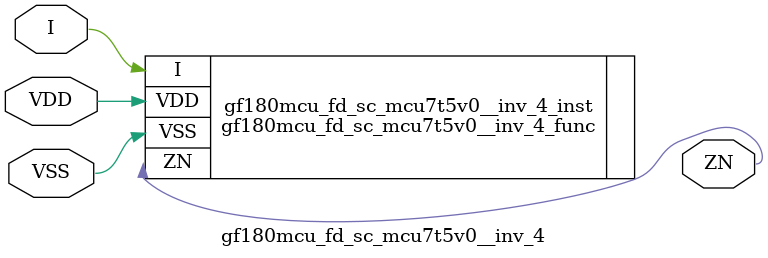
<source format=v>

module gf180mcu_fd_sc_mcu7t5v0__inv_4( I, ZN, VDD, VSS );
input I;
inout VDD, VSS;
output ZN;

   `ifdef FUNCTIONAL  //  functional //

	gf180mcu_fd_sc_mcu7t5v0__inv_4_func gf180mcu_fd_sc_mcu7t5v0__inv_4_behav_inst(.I(I),.ZN(ZN),.VDD(VDD),.VSS(VSS));

   `else

	gf180mcu_fd_sc_mcu7t5v0__inv_4_func gf180mcu_fd_sc_mcu7t5v0__inv_4_inst(.I(I),.ZN(ZN),.VDD(VDD),.VSS(VSS));

	// spec_gates_begin


	// spec_gates_end



   specify

	// specify_block_begin

	// comb arc I --> ZN
	 (I => ZN) = (1.0,1.0);

	// specify_block_end

   endspecify

   `endif

endmodule

</source>
